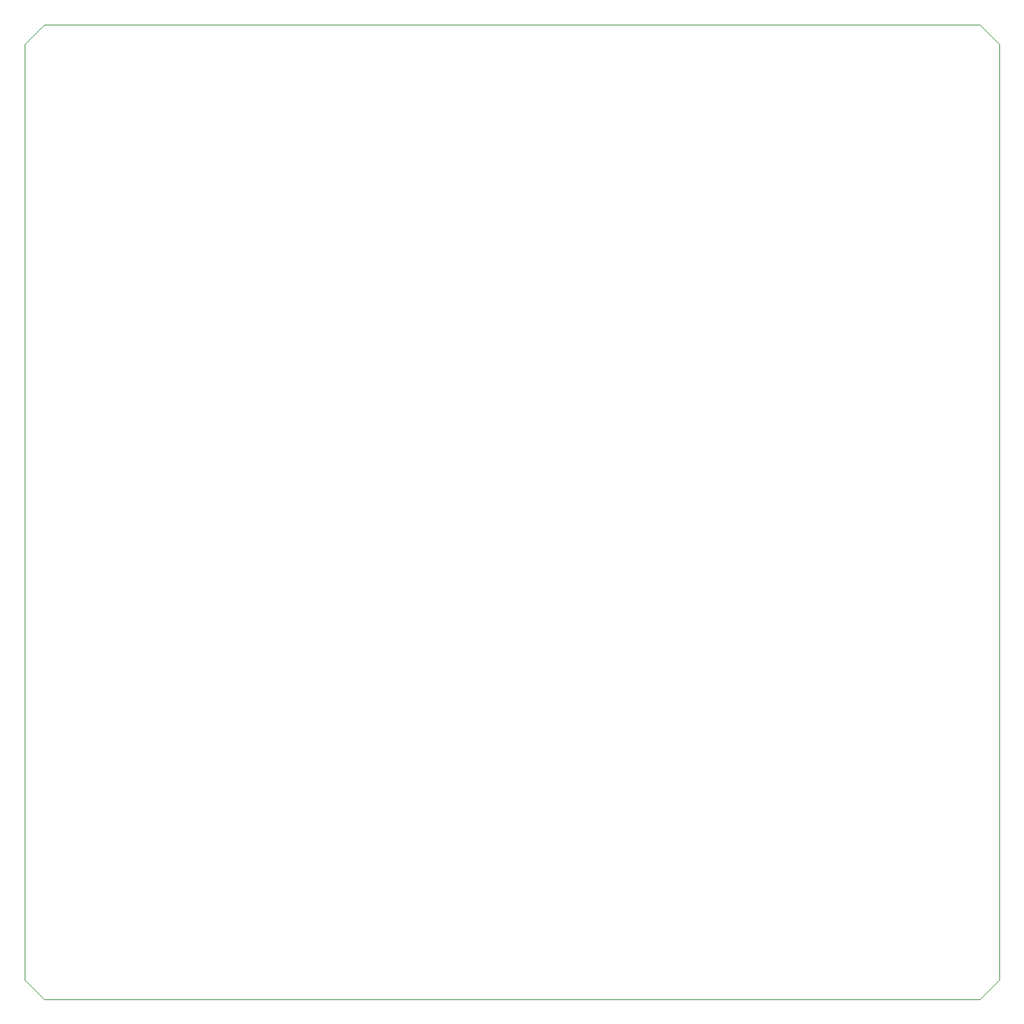
<source format=gbr>
G04 #@! TF.GenerationSoftware,KiCad,Pcbnew,(5.1.5)-3*
G04 #@! TF.CreationDate,2021-04-02T02:22:23+08:00*
G04 #@! TF.ProjectId,FilamentLEDWall,46696c61-6d65-46e7-944c-454457616c6c,rev?*
G04 #@! TF.SameCoordinates,Original*
G04 #@! TF.FileFunction,Profile,NP*
%FSLAX46Y46*%
G04 Gerber Fmt 4.6, Leading zero omitted, Abs format (unit mm)*
G04 Created by KiCad (PCBNEW (5.1.5)-3) date 2021-04-02 02:22:23*
%MOMM*%
%LPD*%
G04 APERTURE LIST*
%ADD10C,0.050000*%
G04 APERTURE END LIST*
D10*
X169810000Y-24174000D02*
X172096000Y-26460000D01*
X60590000Y-24174000D02*
X169810000Y-24174000D01*
X58304000Y-26460000D02*
X60590000Y-24174000D01*
X58304000Y-135680000D02*
X58304000Y-26460000D01*
X60590000Y-137966000D02*
X58304000Y-135680000D01*
X169810000Y-137966000D02*
X60590000Y-137966000D01*
X172096000Y-135680000D02*
X169810000Y-137966000D01*
X172096000Y-26460000D02*
X172096000Y-135680000D01*
M02*

</source>
